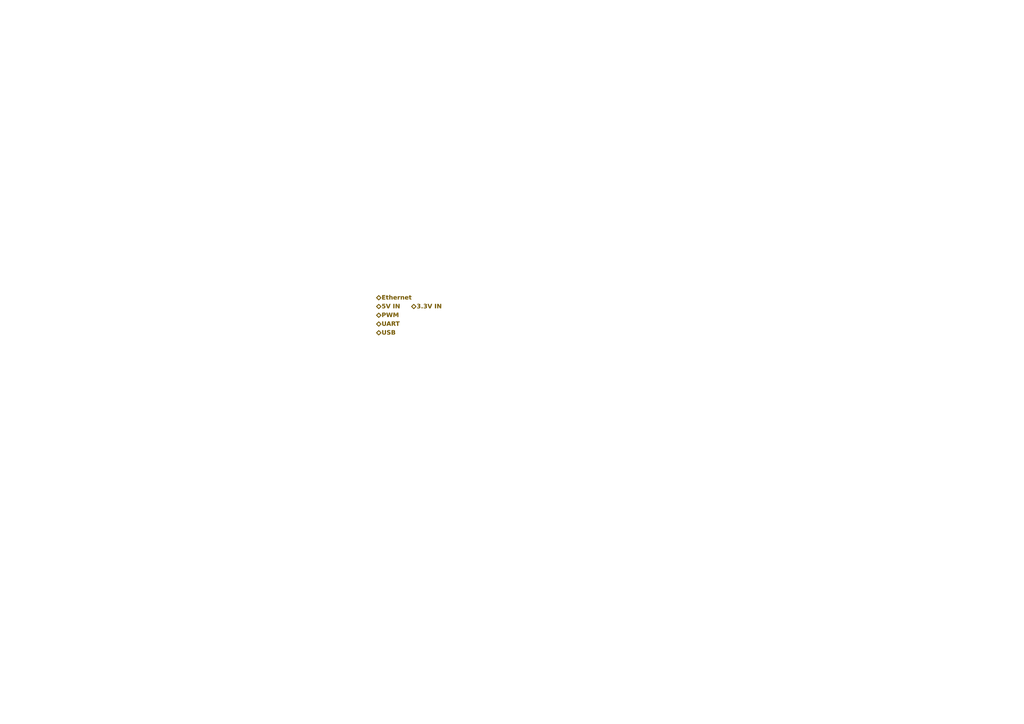
<source format=kicad_sch>
(kicad_sch
	(version 20240101)
	(generator "eeschema")
	(generator_version "8.99")
	(uuid "9656877e-9947-4465-b8a7-40790b2fc774")
	(paper "A4")
	(lib_symbols)
	(hierarchical_label "PWM"
		(shape bidirectional)
		(at 109.22 91.44 0)
		(fields_autoplaced yes)
		(effects
			(font
				(face "JetBrains Mono")
				(size 1.27 1.27)
				(thickness 0.254)
				(bold yes)
			)
			(justify left)
		)
		(uuid "19a27453-3cbc-4bb7-a2bc-a264aebd473b")
	)
	(hierarchical_label "5V IN"
		(shape bidirectional)
		(at 109.22 88.9 0)
		(fields_autoplaced yes)
		(effects
			(font
				(face "JetBrains Mono")
				(size 1.27 1.27)
				(thickness 0.254)
				(bold yes)
			)
			(justify left)
		)
		(uuid "3a6c9421-e944-40af-9b71-8d0f2fef334e")
	)
	(hierarchical_label "Ethernet"
		(shape bidirectional)
		(at 109.22 86.36 0)
		(fields_autoplaced yes)
		(effects
			(font
				(face "JetBrains Mono")
				(size 1.27 1.27)
				(thickness 0.254)
				(bold yes)
			)
			(justify left)
		)
		(uuid "6a402674-229a-4b8c-baba-0c8eb4132eec")
	)
	(hierarchical_label "3.3V IN"
		(shape bidirectional)
		(at 119.38 88.9 0)
		(fields_autoplaced yes)
		(effects
			(font
				(face "JetBrains Mono")
				(size 1.27 1.27)
				(thickness 0.254)
				(bold yes)
			)
			(justify left)
		)
		(uuid "89f26e55-632c-45c1-b52e-0327d1fe8083")
	)
	(hierarchical_label "UART"
		(shape bidirectional)
		(at 109.22 93.98 0)
		(fields_autoplaced yes)
		(effects
			(font
				(face "JetBrains Mono")
				(size 1.27 1.27)
				(thickness 0.254)
				(bold yes)
			)
			(justify left)
		)
		(uuid "c53cbbf8-468b-4f93-b0e6-63ac024e5b9b")
	)
	(hierarchical_label "USB"
		(shape bidirectional)
		(at 109.22 96.52 0)
		(fields_autoplaced yes)
		(effects
			(font
				(face "JetBrains Mono")
				(size 1.27 1.27)
				(thickness 0.254)
				(bold yes)
			)
			(justify left)
		)
		(uuid "ff7be114-7808-40e7-afa8-5a346de2b15a")
	)
)
</source>
